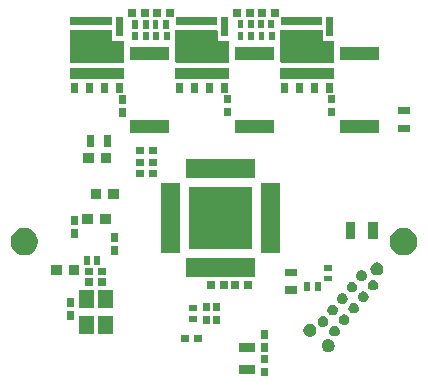
<source format=gbs>
G04 #@! TF.GenerationSoftware,KiCad,Pcbnew,(5.1.5)-3*
G04 #@! TF.CreationDate,2020-04-05T23:19:53-02:30*
G04 #@! TF.ProjectId,Thruster_Controller,54687275-7374-4657-925f-436f6e74726f,rev?*
G04 #@! TF.SameCoordinates,Original*
G04 #@! TF.FileFunction,Soldermask,Bot*
G04 #@! TF.FilePolarity,Negative*
%FSLAX46Y46*%
G04 Gerber Fmt 4.6, Leading zero omitted, Abs format (unit mm)*
G04 Created by KiCad (PCBNEW (5.1.5)-3) date 2020-04-05 23:19:53*
%MOMM*%
%LPD*%
G04 APERTURE LIST*
%ADD10C,0.100000*%
G04 APERTURE END LIST*
D10*
G36*
X104051000Y-115901000D02*
G01*
X103449000Y-115901000D01*
X103449000Y-115199000D01*
X104051000Y-115199000D01*
X104051000Y-115901000D01*
G37*
G36*
X102951000Y-115751000D02*
G01*
X101549000Y-115751000D01*
X101549000Y-114949000D01*
X102951000Y-114949000D01*
X102951000Y-115751000D01*
G37*
G36*
X104051000Y-114801000D02*
G01*
X103449000Y-114801000D01*
X103449000Y-114099000D01*
X104051000Y-114099000D01*
X104051000Y-114801000D01*
G37*
G36*
X102951000Y-113851000D02*
G01*
X101549000Y-113851000D01*
X101549000Y-113049000D01*
X102951000Y-113049000D01*
X102951000Y-113851000D01*
G37*
G36*
X109288630Y-112776396D02*
G01*
X109388050Y-112817577D01*
X109477526Y-112877363D01*
X109553619Y-112953456D01*
X109613405Y-113042932D01*
X109654586Y-113142352D01*
X109675580Y-113247896D01*
X109675580Y-113355508D01*
X109654586Y-113461052D01*
X109613405Y-113560472D01*
X109553619Y-113649948D01*
X109477526Y-113726041D01*
X109388050Y-113785827D01*
X109288630Y-113827008D01*
X109183086Y-113848002D01*
X109075474Y-113848002D01*
X108969930Y-113827008D01*
X108870510Y-113785827D01*
X108781034Y-113726041D01*
X108704941Y-113649948D01*
X108645155Y-113560472D01*
X108603974Y-113461052D01*
X108582980Y-113355508D01*
X108582980Y-113247896D01*
X108603974Y-113142352D01*
X108645155Y-113042932D01*
X108704941Y-112953456D01*
X108781034Y-112877363D01*
X108870510Y-112817577D01*
X108969930Y-112776396D01*
X109075474Y-112755402D01*
X109183086Y-112755402D01*
X109288630Y-112776396D01*
G37*
G36*
X104051000Y-113826000D02*
G01*
X103449000Y-113826000D01*
X103449000Y-113124000D01*
X104051000Y-113124000D01*
X104051000Y-113826000D01*
G37*
G36*
X98426000Y-113026000D02*
G01*
X97724000Y-113026000D01*
X97724000Y-112424000D01*
X98426000Y-112424000D01*
X98426000Y-113026000D01*
G37*
G36*
X97326000Y-113026000D02*
G01*
X96624000Y-113026000D01*
X96624000Y-112424000D01*
X97326000Y-112424000D01*
X97326000Y-113026000D01*
G37*
G36*
X104051000Y-112726000D02*
G01*
X103449000Y-112726000D01*
X103449000Y-112024000D01*
X104051000Y-112024000D01*
X104051000Y-112726000D01*
G37*
G36*
X107732028Y-111470251D02*
G01*
X107831448Y-111511432D01*
X107920924Y-111571218D01*
X107997017Y-111647311D01*
X108056803Y-111736787D01*
X108097984Y-111836207D01*
X108118978Y-111941751D01*
X108118978Y-112049363D01*
X108097984Y-112154907D01*
X108056803Y-112254327D01*
X107997017Y-112343803D01*
X107920924Y-112419896D01*
X107831448Y-112479682D01*
X107732028Y-112520863D01*
X107626484Y-112541857D01*
X107518872Y-112541857D01*
X107413328Y-112520863D01*
X107313908Y-112479682D01*
X107224432Y-112419896D01*
X107148339Y-112343803D01*
X107088553Y-112254327D01*
X107047372Y-112154907D01*
X107026378Y-112049363D01*
X107026378Y-111941751D01*
X107047372Y-111836207D01*
X107088553Y-111736787D01*
X107148339Y-111647311D01*
X107224432Y-111571218D01*
X107313908Y-111511432D01*
X107413328Y-111470251D01*
X107518872Y-111449257D01*
X107626484Y-111449257D01*
X107732028Y-111470251D01*
G37*
G36*
X109740514Y-111647767D02*
G01*
X109783472Y-111656312D01*
X109864403Y-111689835D01*
X109937238Y-111738502D01*
X109999179Y-111800443D01*
X110047846Y-111873278D01*
X110081369Y-111954209D01*
X110098458Y-112040124D01*
X110098458Y-112127722D01*
X110081369Y-112213637D01*
X110047846Y-112294568D01*
X109999179Y-112367403D01*
X109937238Y-112429344D01*
X109864403Y-112478011D01*
X109783472Y-112511534D01*
X109740515Y-112520078D01*
X109697559Y-112528623D01*
X109609957Y-112528623D01*
X109567001Y-112520078D01*
X109524044Y-112511534D01*
X109443113Y-112478011D01*
X109370278Y-112429344D01*
X109308337Y-112367403D01*
X109259670Y-112294568D01*
X109226147Y-112213637D01*
X109209058Y-112127722D01*
X109209058Y-112040124D01*
X109226147Y-111954209D01*
X109259670Y-111873278D01*
X109308337Y-111800443D01*
X109370278Y-111738502D01*
X109443113Y-111689835D01*
X109524044Y-111656312D01*
X109567002Y-111647767D01*
X109609957Y-111639223D01*
X109697559Y-111639223D01*
X109740514Y-111647767D01*
G37*
G36*
X90876000Y-112326000D02*
G01*
X89624000Y-112326000D01*
X89624000Y-110824000D01*
X90876000Y-110824000D01*
X90876000Y-112326000D01*
G37*
G36*
X89276000Y-112326000D02*
G01*
X88024000Y-112326000D01*
X88024000Y-110824000D01*
X89276000Y-110824000D01*
X89276000Y-112326000D01*
G37*
G36*
X108767638Y-110831428D02*
G01*
X108810595Y-110839972D01*
X108891526Y-110873495D01*
X108964361Y-110922162D01*
X109026302Y-110984103D01*
X109074969Y-111056938D01*
X109108492Y-111137869D01*
X109108492Y-111137871D01*
X109125581Y-111223782D01*
X109125581Y-111311384D01*
X109117037Y-111354339D01*
X109108492Y-111397297D01*
X109074969Y-111478228D01*
X109026302Y-111551063D01*
X108964361Y-111613004D01*
X108891526Y-111661671D01*
X108810595Y-111695194D01*
X108767638Y-111703738D01*
X108724682Y-111712283D01*
X108637080Y-111712283D01*
X108594124Y-111703738D01*
X108551167Y-111695194D01*
X108470236Y-111661671D01*
X108397401Y-111613004D01*
X108335460Y-111551063D01*
X108286793Y-111478228D01*
X108253270Y-111397297D01*
X108244725Y-111354339D01*
X108236181Y-111311384D01*
X108236181Y-111223782D01*
X108253270Y-111137871D01*
X108253270Y-111137869D01*
X108286793Y-111056938D01*
X108335460Y-110984103D01*
X108397401Y-110922162D01*
X108470236Y-110873495D01*
X108551167Y-110839972D01*
X108594124Y-110831428D01*
X108637080Y-110822883D01*
X108724682Y-110822883D01*
X108767638Y-110831428D01*
G37*
G36*
X110556855Y-110674892D02*
G01*
X110599812Y-110683436D01*
X110680743Y-110716959D01*
X110753578Y-110765626D01*
X110815519Y-110827567D01*
X110864186Y-110900402D01*
X110897709Y-110981333D01*
X110897709Y-110981335D01*
X110912748Y-111056938D01*
X110914798Y-111067248D01*
X110914798Y-111154846D01*
X110897709Y-111240761D01*
X110864186Y-111321692D01*
X110815519Y-111394527D01*
X110753578Y-111456468D01*
X110680743Y-111505135D01*
X110599812Y-111538658D01*
X110556854Y-111547203D01*
X110513899Y-111555747D01*
X110426297Y-111555747D01*
X110383342Y-111547203D01*
X110340384Y-111538658D01*
X110259453Y-111505135D01*
X110186618Y-111456468D01*
X110124677Y-111394527D01*
X110076010Y-111321692D01*
X110042487Y-111240761D01*
X110025398Y-111154846D01*
X110025398Y-111067248D01*
X110027449Y-111056938D01*
X110042487Y-110981335D01*
X110042487Y-110981333D01*
X110076010Y-110900402D01*
X110124677Y-110827567D01*
X110186618Y-110765626D01*
X110259453Y-110716959D01*
X110340384Y-110683436D01*
X110383341Y-110674892D01*
X110426297Y-110666347D01*
X110513899Y-110666347D01*
X110556855Y-110674892D01*
G37*
G36*
X100001000Y-111501000D02*
G01*
X99399000Y-111501000D01*
X99399000Y-110799000D01*
X100001000Y-110799000D01*
X100001000Y-111501000D01*
G37*
G36*
X99126000Y-111501000D02*
G01*
X98524000Y-111501000D01*
X98524000Y-110799000D01*
X99126000Y-110799000D01*
X99126000Y-111501000D01*
G37*
G36*
X98051000Y-111276000D02*
G01*
X97349000Y-111276000D01*
X97349000Y-110774000D01*
X98051000Y-110774000D01*
X98051000Y-111276000D01*
G37*
G36*
X87576000Y-111101000D02*
G01*
X86974000Y-111101000D01*
X86974000Y-110399000D01*
X87576000Y-110399000D01*
X87576000Y-111101000D01*
G37*
G36*
X109583978Y-109858550D02*
G01*
X109626936Y-109867095D01*
X109707867Y-109900618D01*
X109780702Y-109949285D01*
X109842643Y-110011226D01*
X109891310Y-110084061D01*
X109924833Y-110164992D01*
X109924833Y-110164994D01*
X109941922Y-110250905D01*
X109941922Y-110338507D01*
X109934464Y-110376000D01*
X109924833Y-110424420D01*
X109891310Y-110505351D01*
X109842643Y-110578186D01*
X109780702Y-110640127D01*
X109707867Y-110688794D01*
X109626936Y-110722317D01*
X109583979Y-110730861D01*
X109541023Y-110739406D01*
X109453421Y-110739406D01*
X109410465Y-110730861D01*
X109367508Y-110722317D01*
X109286577Y-110688794D01*
X109213742Y-110640127D01*
X109151801Y-110578186D01*
X109103134Y-110505351D01*
X109069611Y-110424420D01*
X109059980Y-110376000D01*
X109052522Y-110338507D01*
X109052522Y-110250905D01*
X109069611Y-110164994D01*
X109069611Y-110164992D01*
X109103134Y-110084061D01*
X109151801Y-110011226D01*
X109213742Y-109949285D01*
X109286577Y-109900618D01*
X109367508Y-109867095D01*
X109410466Y-109858550D01*
X109453421Y-109850006D01*
X109541023Y-109850006D01*
X109583978Y-109858550D01*
G37*
G36*
X111373194Y-109702014D02*
G01*
X111416152Y-109710559D01*
X111497083Y-109744082D01*
X111569918Y-109792749D01*
X111631859Y-109854690D01*
X111680526Y-109927525D01*
X111714049Y-110008456D01*
X111714049Y-110008458D01*
X111729088Y-110084061D01*
X111731138Y-110094371D01*
X111731138Y-110181969D01*
X111714049Y-110267884D01*
X111680526Y-110348815D01*
X111631859Y-110421650D01*
X111569918Y-110483591D01*
X111497083Y-110532258D01*
X111416152Y-110565781D01*
X111373195Y-110574325D01*
X111330239Y-110582870D01*
X111242637Y-110582870D01*
X111199681Y-110574325D01*
X111156724Y-110565781D01*
X111075793Y-110532258D01*
X111002958Y-110483591D01*
X110941017Y-110421650D01*
X110892350Y-110348815D01*
X110858827Y-110267884D01*
X110841738Y-110181969D01*
X110841738Y-110094371D01*
X110843789Y-110084061D01*
X110858827Y-110008458D01*
X110858827Y-110008456D01*
X110892350Y-109927525D01*
X110941017Y-109854690D01*
X111002958Y-109792749D01*
X111075793Y-109744082D01*
X111156724Y-109710559D01*
X111199682Y-109702014D01*
X111242637Y-109693470D01*
X111330239Y-109693470D01*
X111373194Y-109702014D01*
G37*
G36*
X99126000Y-110401000D02*
G01*
X98524000Y-110401000D01*
X98524000Y-109699000D01*
X99126000Y-109699000D01*
X99126000Y-110401000D01*
G37*
G36*
X100001000Y-110401000D02*
G01*
X99399000Y-110401000D01*
X99399000Y-109699000D01*
X100001000Y-109699000D01*
X100001000Y-110401000D01*
G37*
G36*
X98051000Y-110376000D02*
G01*
X97349000Y-110376000D01*
X97349000Y-109874000D01*
X98051000Y-109874000D01*
X98051000Y-110376000D01*
G37*
G36*
X90876000Y-110126000D02*
G01*
X89624000Y-110126000D01*
X89624000Y-108624000D01*
X90876000Y-108624000D01*
X90876000Y-110126000D01*
G37*
G36*
X89276000Y-110126000D02*
G01*
X88024000Y-110126000D01*
X88024000Y-108624000D01*
X89276000Y-108624000D01*
X89276000Y-110126000D01*
G37*
G36*
X87576000Y-110001000D02*
G01*
X86974000Y-110001000D01*
X86974000Y-109299000D01*
X87576000Y-109299000D01*
X87576000Y-110001000D01*
G37*
G36*
X110400319Y-108885675D02*
G01*
X110443276Y-108894219D01*
X110524207Y-108927742D01*
X110597042Y-108976409D01*
X110658983Y-109038350D01*
X110707650Y-109111185D01*
X110741173Y-109192116D01*
X110741173Y-109192118D01*
X110758262Y-109278029D01*
X110758262Y-109365631D01*
X110749717Y-109408587D01*
X110741173Y-109451544D01*
X110707650Y-109532475D01*
X110658983Y-109605310D01*
X110597042Y-109667251D01*
X110524207Y-109715918D01*
X110443276Y-109749441D01*
X110400318Y-109757986D01*
X110357363Y-109766530D01*
X110269761Y-109766530D01*
X110226806Y-109757986D01*
X110183848Y-109749441D01*
X110102917Y-109715918D01*
X110030082Y-109667251D01*
X109968141Y-109605310D01*
X109919474Y-109532475D01*
X109885951Y-109451544D01*
X109877407Y-109408587D01*
X109868862Y-109365631D01*
X109868862Y-109278029D01*
X109885951Y-109192118D01*
X109885951Y-109192116D01*
X109919474Y-109111185D01*
X109968141Y-109038350D01*
X110030082Y-108976409D01*
X110102917Y-108927742D01*
X110183848Y-108894219D01*
X110226805Y-108885675D01*
X110269761Y-108877130D01*
X110357363Y-108877130D01*
X110400319Y-108885675D01*
G37*
G36*
X112189534Y-108729138D02*
G01*
X112232492Y-108737683D01*
X112313423Y-108771206D01*
X112386258Y-108819873D01*
X112448199Y-108881814D01*
X112496866Y-108954649D01*
X112530389Y-109035580D01*
X112530389Y-109035582D01*
X112545428Y-109111185D01*
X112547478Y-109121495D01*
X112547478Y-109209093D01*
X112530389Y-109295008D01*
X112496866Y-109375939D01*
X112448199Y-109448774D01*
X112386258Y-109510715D01*
X112313423Y-109559382D01*
X112232492Y-109592905D01*
X112189535Y-109601449D01*
X112146579Y-109609994D01*
X112058977Y-109609994D01*
X112016021Y-109601449D01*
X111973064Y-109592905D01*
X111892133Y-109559382D01*
X111819298Y-109510715D01*
X111757357Y-109448774D01*
X111708690Y-109375939D01*
X111675167Y-109295008D01*
X111658078Y-109209093D01*
X111658078Y-109121495D01*
X111660129Y-109111185D01*
X111675167Y-109035582D01*
X111675167Y-109035580D01*
X111708690Y-108954649D01*
X111757357Y-108881814D01*
X111819298Y-108819873D01*
X111892133Y-108771206D01*
X111973064Y-108737683D01*
X112016022Y-108729138D01*
X112058977Y-108720594D01*
X112146579Y-108720594D01*
X112189534Y-108729138D01*
G37*
G36*
X106476000Y-108901000D02*
G01*
X105474000Y-108901000D01*
X105474000Y-108299000D01*
X106476000Y-108299000D01*
X106476000Y-108901000D01*
G37*
G36*
X111216658Y-107912797D02*
G01*
X111259616Y-107921342D01*
X111340547Y-107954865D01*
X111413382Y-108003532D01*
X111475323Y-108065473D01*
X111523990Y-108138308D01*
X111557513Y-108219239D01*
X111560890Y-108236216D01*
X111574602Y-108305152D01*
X111574602Y-108392754D01*
X111566057Y-108435710D01*
X111557513Y-108478667D01*
X111523990Y-108559598D01*
X111475323Y-108632433D01*
X111413382Y-108694374D01*
X111340547Y-108743041D01*
X111259616Y-108776564D01*
X111216658Y-108785109D01*
X111173703Y-108793653D01*
X111086101Y-108793653D01*
X111043146Y-108785109D01*
X111000188Y-108776564D01*
X110919257Y-108743041D01*
X110846422Y-108694374D01*
X110784481Y-108632433D01*
X110735814Y-108559598D01*
X110702291Y-108478667D01*
X110693747Y-108435710D01*
X110685202Y-108392754D01*
X110685202Y-108305152D01*
X110698914Y-108236216D01*
X110702291Y-108219239D01*
X110735814Y-108138308D01*
X110784481Y-108065473D01*
X110846422Y-108003532D01*
X110919257Y-107954865D01*
X111000188Y-107921342D01*
X111043146Y-107912797D01*
X111086101Y-107904253D01*
X111173703Y-107904253D01*
X111216658Y-107912797D01*
G37*
G36*
X108491000Y-108651000D02*
G01*
X107989000Y-108651000D01*
X107989000Y-107949000D01*
X108491000Y-107949000D01*
X108491000Y-108651000D01*
G37*
G36*
X107591000Y-108651000D02*
G01*
X107089000Y-108651000D01*
X107089000Y-107949000D01*
X107591000Y-107949000D01*
X107591000Y-108651000D01*
G37*
G36*
X113005876Y-107756262D02*
G01*
X113048833Y-107764806D01*
X113129764Y-107798329D01*
X113202599Y-107846996D01*
X113264540Y-107908937D01*
X113313207Y-107981772D01*
X113346730Y-108062703D01*
X113346730Y-108062705D01*
X113361769Y-108138308D01*
X113363819Y-108148618D01*
X113363819Y-108236216D01*
X113346730Y-108322131D01*
X113313207Y-108403062D01*
X113264540Y-108475897D01*
X113202599Y-108537838D01*
X113129764Y-108586505D01*
X113048833Y-108620028D01*
X113005876Y-108628572D01*
X112962920Y-108637117D01*
X112875318Y-108637117D01*
X112832362Y-108628572D01*
X112789405Y-108620028D01*
X112708474Y-108586505D01*
X112635639Y-108537838D01*
X112573698Y-108475897D01*
X112525031Y-108403062D01*
X112491508Y-108322131D01*
X112474419Y-108236216D01*
X112474419Y-108148618D01*
X112476470Y-108138308D01*
X112491508Y-108062705D01*
X112491508Y-108062703D01*
X112525031Y-107981772D01*
X112573698Y-107908937D01*
X112635639Y-107846996D01*
X112708474Y-107798329D01*
X112789405Y-107764806D01*
X112832362Y-107756262D01*
X112875318Y-107747717D01*
X112962920Y-107747717D01*
X113005876Y-107756262D01*
G37*
G36*
X102701000Y-108476000D02*
G01*
X101999000Y-108476000D01*
X101999000Y-107874000D01*
X102701000Y-107874000D01*
X102701000Y-108476000D01*
G37*
G36*
X101601000Y-108476000D02*
G01*
X100899000Y-108476000D01*
X100899000Y-107874000D01*
X101601000Y-107874000D01*
X101601000Y-108476000D01*
G37*
G36*
X99526000Y-108476000D02*
G01*
X98824000Y-108476000D01*
X98824000Y-107874000D01*
X99526000Y-107874000D01*
X99526000Y-108476000D01*
G37*
G36*
X100626000Y-108476000D02*
G01*
X99924000Y-108476000D01*
X99924000Y-107874000D01*
X100626000Y-107874000D01*
X100626000Y-108476000D01*
G37*
G36*
X90326000Y-108226000D02*
G01*
X89624000Y-108226000D01*
X89624000Y-107624000D01*
X90326000Y-107624000D01*
X90326000Y-108226000D01*
G37*
G36*
X89226000Y-108226000D02*
G01*
X88524000Y-108226000D01*
X88524000Y-107624000D01*
X89226000Y-107624000D01*
X89226000Y-108226000D01*
G37*
G36*
X109461000Y-107881000D02*
G01*
X108759000Y-107881000D01*
X108759000Y-107379000D01*
X109461000Y-107379000D01*
X109461000Y-107881000D01*
G37*
G36*
X112032998Y-106939921D02*
G01*
X112075956Y-106948466D01*
X112143000Y-106976237D01*
X112154500Y-106981000D01*
X112156887Y-106981989D01*
X112229722Y-107030656D01*
X112291663Y-107092597D01*
X112340330Y-107165432D01*
X112373853Y-107246363D01*
X112373853Y-107246365D01*
X112389694Y-107326000D01*
X112390942Y-107332278D01*
X112390942Y-107419876D01*
X112373853Y-107505791D01*
X112340330Y-107586722D01*
X112291663Y-107659557D01*
X112229722Y-107721498D01*
X112156887Y-107770165D01*
X112075956Y-107803688D01*
X112032999Y-107812232D01*
X111990043Y-107820777D01*
X111902441Y-107820777D01*
X111859485Y-107812232D01*
X111816528Y-107803688D01*
X111735597Y-107770165D01*
X111662762Y-107721498D01*
X111600821Y-107659557D01*
X111552154Y-107586722D01*
X111518631Y-107505791D01*
X111501542Y-107419876D01*
X111501542Y-107332278D01*
X111502791Y-107326000D01*
X111518631Y-107246365D01*
X111518631Y-107246363D01*
X111552154Y-107165432D01*
X111600821Y-107092597D01*
X111662762Y-107030656D01*
X111735597Y-106981989D01*
X111737985Y-106981000D01*
X111749484Y-106976237D01*
X111816528Y-106948466D01*
X111859486Y-106939921D01*
X111902441Y-106931377D01*
X111990043Y-106931377D01*
X112032998Y-106939921D01*
G37*
G36*
X102951000Y-107501000D02*
G01*
X97049000Y-107501000D01*
X97049000Y-105899000D01*
X102951000Y-105899000D01*
X102951000Y-107501000D01*
G37*
G36*
X106476000Y-107401000D02*
G01*
X105474000Y-107401000D01*
X105474000Y-106799000D01*
X106476000Y-106799000D01*
X106476000Y-107401000D01*
G37*
G36*
X113408371Y-106286065D02*
G01*
X113507791Y-106327246D01*
X113597267Y-106387032D01*
X113673360Y-106463125D01*
X113733146Y-106552601D01*
X113774327Y-106652021D01*
X113795321Y-106757565D01*
X113795321Y-106865177D01*
X113774327Y-106970721D01*
X113733146Y-107070141D01*
X113673360Y-107159617D01*
X113597267Y-107235710D01*
X113507791Y-107295496D01*
X113408371Y-107336677D01*
X113302827Y-107357671D01*
X113195215Y-107357671D01*
X113089671Y-107336677D01*
X112990251Y-107295496D01*
X112900775Y-107235710D01*
X112824682Y-107159617D01*
X112764896Y-107070141D01*
X112723715Y-106970721D01*
X112702721Y-106865177D01*
X112702721Y-106757565D01*
X112723715Y-106652021D01*
X112764896Y-106552601D01*
X112824682Y-106463125D01*
X112900775Y-106387032D01*
X112990251Y-106327246D01*
X113089671Y-106286065D01*
X113195215Y-106265071D01*
X113302827Y-106265071D01*
X113408371Y-106286065D01*
G37*
G36*
X90351000Y-107351000D02*
G01*
X89649000Y-107351000D01*
X89649000Y-106749000D01*
X90351000Y-106749000D01*
X90351000Y-107351000D01*
G37*
G36*
X89251000Y-107351000D02*
G01*
X88549000Y-107351000D01*
X88549000Y-106749000D01*
X89251000Y-106749000D01*
X89251000Y-107351000D01*
G37*
G36*
X86551000Y-107326000D02*
G01*
X85649000Y-107326000D01*
X85649000Y-106474000D01*
X86551000Y-106474000D01*
X86551000Y-107326000D01*
G37*
G36*
X88051000Y-107326000D02*
G01*
X87149000Y-107326000D01*
X87149000Y-106474000D01*
X88051000Y-106474000D01*
X88051000Y-107326000D01*
G37*
G36*
X109461000Y-106981000D02*
G01*
X108759000Y-106981000D01*
X108759000Y-106479000D01*
X109461000Y-106479000D01*
X109461000Y-106981000D01*
G37*
G36*
X89826000Y-106451000D02*
G01*
X89324000Y-106451000D01*
X89324000Y-105749000D01*
X89826000Y-105749000D01*
X89826000Y-106451000D01*
G37*
G36*
X88926000Y-106451000D02*
G01*
X88424000Y-106451000D01*
X88424000Y-105749000D01*
X88926000Y-105749000D01*
X88926000Y-106451000D01*
G37*
G36*
X83587487Y-103363744D02*
G01*
X83735734Y-103393232D01*
X83945203Y-103479997D01*
X84133720Y-103605960D01*
X84294040Y-103766280D01*
X84420003Y-103954797D01*
X84506768Y-104164266D01*
X84551000Y-104386636D01*
X84551000Y-104613364D01*
X84506768Y-104835734D01*
X84420003Y-105045203D01*
X84294040Y-105233720D01*
X84133720Y-105394040D01*
X83945203Y-105520003D01*
X83735734Y-105606768D01*
X83587487Y-105636256D01*
X83513365Y-105651000D01*
X83286635Y-105651000D01*
X83212513Y-105636256D01*
X83064266Y-105606768D01*
X82854797Y-105520003D01*
X82666280Y-105394040D01*
X82505960Y-105233720D01*
X82379997Y-105045203D01*
X82293232Y-104835734D01*
X82249000Y-104613364D01*
X82249000Y-104386636D01*
X82293232Y-104164266D01*
X82379997Y-103954797D01*
X82505960Y-103766280D01*
X82666280Y-103605960D01*
X82854797Y-103479997D01*
X83064266Y-103393232D01*
X83212513Y-103363744D01*
X83286635Y-103349000D01*
X83513365Y-103349000D01*
X83587487Y-103363744D01*
G37*
G36*
X115687487Y-103363744D02*
G01*
X115835734Y-103393232D01*
X116045203Y-103479997D01*
X116233720Y-103605960D01*
X116394040Y-103766280D01*
X116520003Y-103954797D01*
X116606768Y-104164266D01*
X116651000Y-104386636D01*
X116651000Y-104613364D01*
X116606768Y-104835734D01*
X116520003Y-105045203D01*
X116394040Y-105233720D01*
X116233720Y-105394040D01*
X116045203Y-105520003D01*
X115835734Y-105606768D01*
X115687487Y-105636256D01*
X115613365Y-105651000D01*
X115386635Y-105651000D01*
X115312513Y-105636256D01*
X115164266Y-105606768D01*
X114954797Y-105520003D01*
X114766280Y-105394040D01*
X114605960Y-105233720D01*
X114479997Y-105045203D01*
X114393232Y-104835734D01*
X114349000Y-104613364D01*
X114349000Y-104386636D01*
X114393232Y-104164266D01*
X114479997Y-103954797D01*
X114605960Y-103766280D01*
X114766280Y-103605960D01*
X114954797Y-103479997D01*
X115164266Y-103393232D01*
X115312513Y-103363744D01*
X115386635Y-103349000D01*
X115613365Y-103349000D01*
X115687487Y-103363744D01*
G37*
G36*
X91301000Y-105601000D02*
G01*
X90699000Y-105601000D01*
X90699000Y-104899000D01*
X91301000Y-104899000D01*
X91301000Y-105601000D01*
G37*
G36*
X96601000Y-105451000D02*
G01*
X94999000Y-105451000D01*
X94999000Y-99549000D01*
X96601000Y-99549000D01*
X96601000Y-105451000D01*
G37*
G36*
X105001000Y-105451000D02*
G01*
X103399000Y-105451000D01*
X103399000Y-99549000D01*
X105001000Y-99549000D01*
X105001000Y-105451000D01*
G37*
G36*
X102636000Y-105136000D02*
G01*
X97364000Y-105136000D01*
X97364000Y-99864000D01*
X102636000Y-99864000D01*
X102636000Y-105136000D01*
G37*
G36*
X91301000Y-104501000D02*
G01*
X90699000Y-104501000D01*
X90699000Y-103799000D01*
X91301000Y-103799000D01*
X91301000Y-104501000D01*
G37*
G36*
X111411000Y-104261000D02*
G01*
X110609000Y-104261000D01*
X110609000Y-102859000D01*
X111411000Y-102859000D01*
X111411000Y-104261000D01*
G37*
G36*
X113311000Y-104261000D02*
G01*
X112509000Y-104261000D01*
X112509000Y-102859000D01*
X113311000Y-102859000D01*
X113311000Y-104261000D01*
G37*
G36*
X87976000Y-104176000D02*
G01*
X87374000Y-104176000D01*
X87374000Y-103474000D01*
X87976000Y-103474000D01*
X87976000Y-104176000D01*
G37*
G36*
X87976000Y-103076000D02*
G01*
X87374000Y-103076000D01*
X87374000Y-102374000D01*
X87976000Y-102374000D01*
X87976000Y-103076000D01*
G37*
G36*
X90701000Y-103051000D02*
G01*
X89799000Y-103051000D01*
X89799000Y-102199000D01*
X90701000Y-102199000D01*
X90701000Y-103051000D01*
G37*
G36*
X89201000Y-103051000D02*
G01*
X88299000Y-103051000D01*
X88299000Y-102199000D01*
X89201000Y-102199000D01*
X89201000Y-103051000D01*
G37*
G36*
X89901000Y-100901000D02*
G01*
X88999000Y-100901000D01*
X88999000Y-100049000D01*
X89901000Y-100049000D01*
X89901000Y-100901000D01*
G37*
G36*
X91401000Y-100901000D02*
G01*
X90499000Y-100901000D01*
X90499000Y-100049000D01*
X91401000Y-100049000D01*
X91401000Y-100901000D01*
G37*
G36*
X102951000Y-99101000D02*
G01*
X97049000Y-99101000D01*
X97049000Y-97499000D01*
X102951000Y-97499000D01*
X102951000Y-99101000D01*
G37*
G36*
X93551000Y-99051000D02*
G01*
X92849000Y-99051000D01*
X92849000Y-98449000D01*
X93551000Y-98449000D01*
X93551000Y-99051000D01*
G37*
G36*
X94651000Y-99051000D02*
G01*
X93949000Y-99051000D01*
X93949000Y-98449000D01*
X94651000Y-98449000D01*
X94651000Y-99051000D01*
G37*
G36*
X93551000Y-98076000D02*
G01*
X92849000Y-98076000D01*
X92849000Y-97474000D01*
X93551000Y-97474000D01*
X93551000Y-98076000D01*
G37*
G36*
X94651000Y-98076000D02*
G01*
X93949000Y-98076000D01*
X93949000Y-97474000D01*
X94651000Y-97474000D01*
X94651000Y-98076000D01*
G37*
G36*
X89276000Y-97851000D02*
G01*
X88374000Y-97851000D01*
X88374000Y-96999000D01*
X89276000Y-96999000D01*
X89276000Y-97851000D01*
G37*
G36*
X90776000Y-97851000D02*
G01*
X89874000Y-97851000D01*
X89874000Y-96999000D01*
X90776000Y-96999000D01*
X90776000Y-97851000D01*
G37*
G36*
X94651000Y-97101000D02*
G01*
X93949000Y-97101000D01*
X93949000Y-96499000D01*
X94651000Y-96499000D01*
X94651000Y-97101000D01*
G37*
G36*
X93551000Y-97101000D02*
G01*
X92849000Y-97101000D01*
X92849000Y-96499000D01*
X93551000Y-96499000D01*
X93551000Y-97101000D01*
G37*
G36*
X89276000Y-96501000D02*
G01*
X88674000Y-96501000D01*
X88674000Y-95499000D01*
X89276000Y-95499000D01*
X89276000Y-96501000D01*
G37*
G36*
X90776000Y-96501000D02*
G01*
X90174000Y-96501000D01*
X90174000Y-95499000D01*
X90776000Y-95499000D01*
X90776000Y-96501000D01*
G37*
G36*
X104551000Y-95301000D02*
G01*
X101249000Y-95301000D01*
X101249000Y-94199000D01*
X104551000Y-94199000D01*
X104551000Y-95301000D01*
G37*
G36*
X95651000Y-95301000D02*
G01*
X92349000Y-95301000D01*
X92349000Y-94199000D01*
X95651000Y-94199000D01*
X95651000Y-95301000D01*
G37*
G36*
X113451000Y-95301000D02*
G01*
X110149000Y-95301000D01*
X110149000Y-94199000D01*
X113451000Y-94199000D01*
X113451000Y-95301000D01*
G37*
G36*
X116031000Y-95201000D02*
G01*
X115029000Y-95201000D01*
X115029000Y-94599000D01*
X116031000Y-94599000D01*
X116031000Y-95201000D01*
G37*
G36*
X91976000Y-93926000D02*
G01*
X91374000Y-93926000D01*
X91374000Y-93224000D01*
X91976000Y-93224000D01*
X91976000Y-93926000D01*
G37*
G36*
X109726000Y-93901000D02*
G01*
X109124000Y-93901000D01*
X109124000Y-93199000D01*
X109726000Y-93199000D01*
X109726000Y-93901000D01*
G37*
G36*
X100876000Y-93901000D02*
G01*
X100274000Y-93901000D01*
X100274000Y-93199000D01*
X100876000Y-93199000D01*
X100876000Y-93901000D01*
G37*
G36*
X116031000Y-93701000D02*
G01*
X115029000Y-93701000D01*
X115029000Y-93099000D01*
X116031000Y-93099000D01*
X116031000Y-93701000D01*
G37*
G36*
X91976000Y-92826000D02*
G01*
X91374000Y-92826000D01*
X91374000Y-92124000D01*
X91976000Y-92124000D01*
X91976000Y-92826000D01*
G37*
G36*
X109726000Y-92801000D02*
G01*
X109124000Y-92801000D01*
X109124000Y-92099000D01*
X109726000Y-92099000D01*
X109726000Y-92801000D01*
G37*
G36*
X100876000Y-92801000D02*
G01*
X100274000Y-92801000D01*
X100274000Y-92099000D01*
X100876000Y-92099000D01*
X100876000Y-92801000D01*
G37*
G36*
X105729690Y-91095625D02*
G01*
X105733437Y-91096762D01*
X105736891Y-91098607D01*
X105739913Y-91101087D01*
X105742393Y-91104109D01*
X105744238Y-91107563D01*
X105745375Y-91111310D01*
X105746000Y-91117654D01*
X105746000Y-91874346D01*
X105745375Y-91880690D01*
X105744238Y-91884437D01*
X105742393Y-91887891D01*
X105739913Y-91890913D01*
X105736891Y-91893393D01*
X105733437Y-91895238D01*
X105729690Y-91896375D01*
X105723346Y-91897000D01*
X105166654Y-91897000D01*
X105160310Y-91896375D01*
X105156563Y-91895238D01*
X105153109Y-91893393D01*
X105150087Y-91890913D01*
X105147607Y-91887891D01*
X105145762Y-91884437D01*
X105144625Y-91880690D01*
X105144000Y-91874346D01*
X105144000Y-91117654D01*
X105144625Y-91111310D01*
X105145762Y-91107563D01*
X105147607Y-91104109D01*
X105150087Y-91101087D01*
X105153109Y-91098607D01*
X105156563Y-91096762D01*
X105160310Y-91095625D01*
X105166654Y-91095000D01*
X105723346Y-91095000D01*
X105729690Y-91095625D01*
G37*
G36*
X96829690Y-91095625D02*
G01*
X96833437Y-91096762D01*
X96836891Y-91098607D01*
X96839913Y-91101087D01*
X96842393Y-91104109D01*
X96844238Y-91107563D01*
X96845375Y-91111310D01*
X96846000Y-91117654D01*
X96846000Y-91874346D01*
X96845375Y-91880690D01*
X96844238Y-91884437D01*
X96842393Y-91887891D01*
X96839913Y-91890913D01*
X96836891Y-91893393D01*
X96833437Y-91895238D01*
X96829690Y-91896375D01*
X96823346Y-91897000D01*
X96266654Y-91897000D01*
X96260310Y-91896375D01*
X96256563Y-91895238D01*
X96253109Y-91893393D01*
X96250087Y-91890913D01*
X96247607Y-91887891D01*
X96245762Y-91884437D01*
X96244625Y-91880690D01*
X96244000Y-91874346D01*
X96244000Y-91117654D01*
X96244625Y-91111310D01*
X96245762Y-91107563D01*
X96247607Y-91104109D01*
X96250087Y-91101087D01*
X96253109Y-91098607D01*
X96256563Y-91096762D01*
X96260310Y-91095625D01*
X96266654Y-91095000D01*
X96823346Y-91095000D01*
X96829690Y-91095625D01*
G37*
G36*
X98099690Y-91095625D02*
G01*
X98103437Y-91096762D01*
X98106891Y-91098607D01*
X98109913Y-91101087D01*
X98112393Y-91104109D01*
X98114238Y-91107563D01*
X98115375Y-91111310D01*
X98116000Y-91117654D01*
X98116000Y-91874346D01*
X98115375Y-91880690D01*
X98114238Y-91884437D01*
X98112393Y-91887891D01*
X98109913Y-91890913D01*
X98106891Y-91893393D01*
X98103437Y-91895238D01*
X98099690Y-91896375D01*
X98093346Y-91897000D01*
X97536654Y-91897000D01*
X97530310Y-91896375D01*
X97526563Y-91895238D01*
X97523109Y-91893393D01*
X97520087Y-91890913D01*
X97517607Y-91887891D01*
X97515762Y-91884437D01*
X97514625Y-91880690D01*
X97514000Y-91874346D01*
X97514000Y-91117654D01*
X97514625Y-91111310D01*
X97515762Y-91107563D01*
X97517607Y-91104109D01*
X97520087Y-91101087D01*
X97523109Y-91098607D01*
X97526563Y-91096762D01*
X97530310Y-91095625D01*
X97536654Y-91095000D01*
X98093346Y-91095000D01*
X98099690Y-91095625D01*
G37*
G36*
X106999690Y-91095625D02*
G01*
X107003437Y-91096762D01*
X107006891Y-91098607D01*
X107009913Y-91101087D01*
X107012393Y-91104109D01*
X107014238Y-91107563D01*
X107015375Y-91111310D01*
X107016000Y-91117654D01*
X107016000Y-91874346D01*
X107015375Y-91880690D01*
X107014238Y-91884437D01*
X107012393Y-91887891D01*
X107009913Y-91890913D01*
X107006891Y-91893393D01*
X107003437Y-91895238D01*
X106999690Y-91896375D01*
X106993346Y-91897000D01*
X106436654Y-91897000D01*
X106430310Y-91896375D01*
X106426563Y-91895238D01*
X106423109Y-91893393D01*
X106420087Y-91890913D01*
X106417607Y-91887891D01*
X106415762Y-91884437D01*
X106414625Y-91880690D01*
X106414000Y-91874346D01*
X106414000Y-91117654D01*
X106414625Y-91111310D01*
X106415762Y-91107563D01*
X106417607Y-91104109D01*
X106420087Y-91101087D01*
X106423109Y-91098607D01*
X106426563Y-91096762D01*
X106430310Y-91095625D01*
X106436654Y-91095000D01*
X106993346Y-91095000D01*
X106999690Y-91095625D01*
G37*
G36*
X108269690Y-91095625D02*
G01*
X108273437Y-91096762D01*
X108276891Y-91098607D01*
X108279913Y-91101087D01*
X108282393Y-91104109D01*
X108284238Y-91107563D01*
X108285375Y-91111310D01*
X108286000Y-91117654D01*
X108286000Y-91874346D01*
X108285375Y-91880690D01*
X108284238Y-91884437D01*
X108282393Y-91887891D01*
X108279913Y-91890913D01*
X108276891Y-91893393D01*
X108273437Y-91895238D01*
X108269690Y-91896375D01*
X108263346Y-91897000D01*
X107706654Y-91897000D01*
X107700310Y-91896375D01*
X107696563Y-91895238D01*
X107693109Y-91893393D01*
X107690087Y-91890913D01*
X107687607Y-91887891D01*
X107685762Y-91884437D01*
X107684625Y-91880690D01*
X107684000Y-91874346D01*
X107684000Y-91117654D01*
X107684625Y-91111310D01*
X107685762Y-91107563D01*
X107687607Y-91104109D01*
X107690087Y-91101087D01*
X107693109Y-91098607D01*
X107696563Y-91096762D01*
X107700310Y-91095625D01*
X107706654Y-91095000D01*
X108263346Y-91095000D01*
X108269690Y-91095625D01*
G37*
G36*
X91739690Y-91095625D02*
G01*
X91743437Y-91096762D01*
X91746891Y-91098607D01*
X91749913Y-91101087D01*
X91752393Y-91104109D01*
X91754238Y-91107563D01*
X91755375Y-91111310D01*
X91756000Y-91117654D01*
X91756000Y-91874346D01*
X91755375Y-91880690D01*
X91754238Y-91884437D01*
X91752393Y-91887891D01*
X91749913Y-91890913D01*
X91746891Y-91893393D01*
X91743437Y-91895238D01*
X91739690Y-91896375D01*
X91733346Y-91897000D01*
X91176654Y-91897000D01*
X91170310Y-91896375D01*
X91166563Y-91895238D01*
X91163109Y-91893393D01*
X91160087Y-91890913D01*
X91157607Y-91887891D01*
X91155762Y-91884437D01*
X91154625Y-91880690D01*
X91154000Y-91874346D01*
X91154000Y-91117654D01*
X91154625Y-91111310D01*
X91155762Y-91107563D01*
X91157607Y-91104109D01*
X91160087Y-91101087D01*
X91163109Y-91098607D01*
X91166563Y-91096762D01*
X91170310Y-91095625D01*
X91176654Y-91095000D01*
X91733346Y-91095000D01*
X91739690Y-91095625D01*
G37*
G36*
X100639690Y-91095625D02*
G01*
X100643437Y-91096762D01*
X100646891Y-91098607D01*
X100649913Y-91101087D01*
X100652393Y-91104109D01*
X100654238Y-91107563D01*
X100655375Y-91111310D01*
X100656000Y-91117654D01*
X100656000Y-91874346D01*
X100655375Y-91880690D01*
X100654238Y-91884437D01*
X100652393Y-91887891D01*
X100649913Y-91890913D01*
X100646891Y-91893393D01*
X100643437Y-91895238D01*
X100639690Y-91896375D01*
X100633346Y-91897000D01*
X100076654Y-91897000D01*
X100070310Y-91896375D01*
X100066563Y-91895238D01*
X100063109Y-91893393D01*
X100060087Y-91890913D01*
X100057607Y-91887891D01*
X100055762Y-91884437D01*
X100054625Y-91880690D01*
X100054000Y-91874346D01*
X100054000Y-91117654D01*
X100054625Y-91111310D01*
X100055762Y-91107563D01*
X100057607Y-91104109D01*
X100060087Y-91101087D01*
X100063109Y-91098607D01*
X100066563Y-91096762D01*
X100070310Y-91095625D01*
X100076654Y-91095000D01*
X100633346Y-91095000D01*
X100639690Y-91095625D01*
G37*
G36*
X89199690Y-91095625D02*
G01*
X89203437Y-91096762D01*
X89206891Y-91098607D01*
X89209913Y-91101087D01*
X89212393Y-91104109D01*
X89214238Y-91107563D01*
X89215375Y-91111310D01*
X89216000Y-91117654D01*
X89216000Y-91874346D01*
X89215375Y-91880690D01*
X89214238Y-91884437D01*
X89212393Y-91887891D01*
X89209913Y-91890913D01*
X89206891Y-91893393D01*
X89203437Y-91895238D01*
X89199690Y-91896375D01*
X89193346Y-91897000D01*
X88636654Y-91897000D01*
X88630310Y-91896375D01*
X88626563Y-91895238D01*
X88623109Y-91893393D01*
X88620087Y-91890913D01*
X88617607Y-91887891D01*
X88615762Y-91884437D01*
X88614625Y-91880690D01*
X88614000Y-91874346D01*
X88614000Y-91117654D01*
X88614625Y-91111310D01*
X88615762Y-91107563D01*
X88617607Y-91104109D01*
X88620087Y-91101087D01*
X88623109Y-91098607D01*
X88626563Y-91096762D01*
X88630310Y-91095625D01*
X88636654Y-91095000D01*
X89193346Y-91095000D01*
X89199690Y-91095625D01*
G37*
G36*
X90469690Y-91095625D02*
G01*
X90473437Y-91096762D01*
X90476891Y-91098607D01*
X90479913Y-91101087D01*
X90482393Y-91104109D01*
X90484238Y-91107563D01*
X90485375Y-91111310D01*
X90486000Y-91117654D01*
X90486000Y-91874346D01*
X90485375Y-91880690D01*
X90484238Y-91884437D01*
X90482393Y-91887891D01*
X90479913Y-91890913D01*
X90476891Y-91893393D01*
X90473437Y-91895238D01*
X90469690Y-91896375D01*
X90463346Y-91897000D01*
X89906654Y-91897000D01*
X89900310Y-91896375D01*
X89896563Y-91895238D01*
X89893109Y-91893393D01*
X89890087Y-91890913D01*
X89887607Y-91887891D01*
X89885762Y-91884437D01*
X89884625Y-91880690D01*
X89884000Y-91874346D01*
X89884000Y-91117654D01*
X89884625Y-91111310D01*
X89885762Y-91107563D01*
X89887607Y-91104109D01*
X89890087Y-91101087D01*
X89893109Y-91098607D01*
X89896563Y-91096762D01*
X89900310Y-91095625D01*
X89906654Y-91095000D01*
X90463346Y-91095000D01*
X90469690Y-91095625D01*
G37*
G36*
X87929690Y-91095625D02*
G01*
X87933437Y-91096762D01*
X87936891Y-91098607D01*
X87939913Y-91101087D01*
X87942393Y-91104109D01*
X87944238Y-91107563D01*
X87945375Y-91111310D01*
X87946000Y-91117654D01*
X87946000Y-91874346D01*
X87945375Y-91880690D01*
X87944238Y-91884437D01*
X87942393Y-91887891D01*
X87939913Y-91890913D01*
X87936891Y-91893393D01*
X87933437Y-91895238D01*
X87929690Y-91896375D01*
X87923346Y-91897000D01*
X87366654Y-91897000D01*
X87360310Y-91896375D01*
X87356563Y-91895238D01*
X87353109Y-91893393D01*
X87350087Y-91890913D01*
X87347607Y-91887891D01*
X87345762Y-91884437D01*
X87344625Y-91880690D01*
X87344000Y-91874346D01*
X87344000Y-91117654D01*
X87344625Y-91111310D01*
X87345762Y-91107563D01*
X87347607Y-91104109D01*
X87350087Y-91101087D01*
X87353109Y-91098607D01*
X87356563Y-91096762D01*
X87360310Y-91095625D01*
X87366654Y-91095000D01*
X87923346Y-91095000D01*
X87929690Y-91095625D01*
G37*
G36*
X99369690Y-91095625D02*
G01*
X99373437Y-91096762D01*
X99376891Y-91098607D01*
X99379913Y-91101087D01*
X99382393Y-91104109D01*
X99384238Y-91107563D01*
X99385375Y-91111310D01*
X99386000Y-91117654D01*
X99386000Y-91874346D01*
X99385375Y-91880690D01*
X99384238Y-91884437D01*
X99382393Y-91887891D01*
X99379913Y-91890913D01*
X99376891Y-91893393D01*
X99373437Y-91895238D01*
X99369690Y-91896375D01*
X99363346Y-91897000D01*
X98806654Y-91897000D01*
X98800310Y-91896375D01*
X98796563Y-91895238D01*
X98793109Y-91893393D01*
X98790087Y-91890913D01*
X98787607Y-91887891D01*
X98785762Y-91884437D01*
X98784625Y-91880690D01*
X98784000Y-91874346D01*
X98784000Y-91117654D01*
X98784625Y-91111310D01*
X98785762Y-91107563D01*
X98787607Y-91104109D01*
X98790087Y-91101087D01*
X98793109Y-91098607D01*
X98796563Y-91096762D01*
X98800310Y-91095625D01*
X98806654Y-91095000D01*
X99363346Y-91095000D01*
X99369690Y-91095625D01*
G37*
G36*
X109539690Y-91095625D02*
G01*
X109543437Y-91096762D01*
X109546891Y-91098607D01*
X109549913Y-91101087D01*
X109552393Y-91104109D01*
X109554238Y-91107563D01*
X109555375Y-91111310D01*
X109556000Y-91117654D01*
X109556000Y-91874346D01*
X109555375Y-91880690D01*
X109554238Y-91884437D01*
X109552393Y-91887891D01*
X109549913Y-91890913D01*
X109546891Y-91893393D01*
X109543437Y-91895238D01*
X109539690Y-91896375D01*
X109533346Y-91897000D01*
X108976654Y-91897000D01*
X108970310Y-91896375D01*
X108966563Y-91895238D01*
X108963109Y-91893393D01*
X108960087Y-91890913D01*
X108957607Y-91887891D01*
X108955762Y-91884437D01*
X108954625Y-91880690D01*
X108954000Y-91874346D01*
X108954000Y-91117654D01*
X108954625Y-91111310D01*
X108955762Y-91107563D01*
X108957607Y-91104109D01*
X108960087Y-91101087D01*
X108963109Y-91098607D01*
X108966563Y-91096762D01*
X108970310Y-91095625D01*
X108976654Y-91095000D01*
X109533346Y-91095000D01*
X109539690Y-91095625D01*
G37*
G36*
X100750771Y-89819229D02*
G01*
X100751000Y-89821556D01*
X100751000Y-90718444D01*
X100750771Y-90720771D01*
X100748444Y-90721000D01*
X96151556Y-90721000D01*
X96149229Y-90720771D01*
X96149000Y-90718444D01*
X96149000Y-89821556D01*
X96149229Y-89819229D01*
X96151556Y-89819000D01*
X100748444Y-89819000D01*
X100750771Y-89819229D01*
G37*
G36*
X91850771Y-89819229D02*
G01*
X91851000Y-89821556D01*
X91851000Y-90718444D01*
X91850771Y-90720771D01*
X91848444Y-90721000D01*
X87251556Y-90721000D01*
X87249229Y-90720771D01*
X87249000Y-90718444D01*
X87249000Y-89821556D01*
X87249229Y-89819229D01*
X87251556Y-89819000D01*
X91848444Y-89819000D01*
X91850771Y-89819229D01*
G37*
G36*
X109650771Y-89819229D02*
G01*
X109651000Y-89821556D01*
X109651000Y-90718444D01*
X109650771Y-90720771D01*
X109648444Y-90721000D01*
X105051556Y-90721000D01*
X105049229Y-90720771D01*
X105049000Y-90718444D01*
X105049000Y-89821556D01*
X105049229Y-89819229D01*
X105051556Y-89819000D01*
X109648444Y-89819000D01*
X109650771Y-89819229D01*
G37*
G36*
X90756277Y-86548880D02*
G01*
X90762359Y-86549479D01*
X90777051Y-86552402D01*
X90781729Y-86553821D01*
X90795572Y-86559555D01*
X90799883Y-86561859D01*
X90812348Y-86570188D01*
X90816119Y-86573283D01*
X90826717Y-86583881D01*
X90829812Y-86587652D01*
X90838141Y-86600117D01*
X90840445Y-86604428D01*
X90846179Y-86618271D01*
X90847598Y-86622949D01*
X90850521Y-86637641D01*
X90851120Y-86643723D01*
X90851489Y-86651233D01*
X90851489Y-87498512D01*
X90852450Y-87508266D01*
X90855295Y-87517646D01*
X90859915Y-87526290D01*
X90866133Y-87533867D01*
X90873710Y-87540085D01*
X90882354Y-87544705D01*
X90891734Y-87547550D01*
X90901488Y-87548511D01*
X91748767Y-87548511D01*
X91756277Y-87548880D01*
X91762359Y-87549479D01*
X91777051Y-87552402D01*
X91781729Y-87553821D01*
X91795572Y-87559555D01*
X91799883Y-87561859D01*
X91812348Y-87570188D01*
X91816119Y-87573283D01*
X91826717Y-87583881D01*
X91829812Y-87587652D01*
X91838141Y-87600117D01*
X91840445Y-87604428D01*
X91846179Y-87618271D01*
X91847598Y-87622949D01*
X91850521Y-87637641D01*
X91851120Y-87643723D01*
X91851489Y-87651233D01*
X91851489Y-89248767D01*
X91851120Y-89256277D01*
X91850521Y-89262359D01*
X91847598Y-89277051D01*
X91846179Y-89281729D01*
X91840445Y-89295572D01*
X91838141Y-89299883D01*
X91829812Y-89312348D01*
X91826717Y-89316119D01*
X91816119Y-89326717D01*
X91812348Y-89329812D01*
X91799883Y-89338141D01*
X91795572Y-89340445D01*
X91781729Y-89346179D01*
X91777051Y-89347598D01*
X91762359Y-89350521D01*
X91756277Y-89351120D01*
X91748767Y-89351489D01*
X87351233Y-89351489D01*
X87343723Y-89351120D01*
X87337641Y-89350521D01*
X87322949Y-89347598D01*
X87318271Y-89346179D01*
X87304428Y-89340445D01*
X87300117Y-89338141D01*
X87287652Y-89329812D01*
X87283881Y-89326717D01*
X87273283Y-89316119D01*
X87270188Y-89312348D01*
X87261859Y-89299883D01*
X87259555Y-89295572D01*
X87253821Y-89281729D01*
X87252402Y-89277051D01*
X87249479Y-89262359D01*
X87248880Y-89256277D01*
X87248511Y-89248767D01*
X87248511Y-86651233D01*
X87248880Y-86643723D01*
X87249479Y-86637641D01*
X87252402Y-86622949D01*
X87253821Y-86618271D01*
X87259555Y-86604428D01*
X87261859Y-86600117D01*
X87270188Y-86587652D01*
X87273283Y-86583881D01*
X87283881Y-86573283D01*
X87287652Y-86570188D01*
X87300117Y-86561859D01*
X87304428Y-86559555D01*
X87318271Y-86553821D01*
X87322949Y-86552402D01*
X87337641Y-86549479D01*
X87343723Y-86548880D01*
X87351233Y-86548511D01*
X90748767Y-86548511D01*
X90756277Y-86548880D01*
G37*
G36*
X99656277Y-86548880D02*
G01*
X99662359Y-86549479D01*
X99677051Y-86552402D01*
X99681729Y-86553821D01*
X99695572Y-86559555D01*
X99699883Y-86561859D01*
X99712348Y-86570188D01*
X99716119Y-86573283D01*
X99726717Y-86583881D01*
X99729812Y-86587652D01*
X99738141Y-86600117D01*
X99740445Y-86604428D01*
X99746179Y-86618271D01*
X99747598Y-86622949D01*
X99750521Y-86637641D01*
X99751120Y-86643723D01*
X99751489Y-86651233D01*
X99751489Y-87498512D01*
X99752450Y-87508266D01*
X99755295Y-87517646D01*
X99759915Y-87526290D01*
X99766133Y-87533867D01*
X99773710Y-87540085D01*
X99782354Y-87544705D01*
X99791734Y-87547550D01*
X99801488Y-87548511D01*
X100648767Y-87548511D01*
X100656277Y-87548880D01*
X100662359Y-87549479D01*
X100677051Y-87552402D01*
X100681729Y-87553821D01*
X100695572Y-87559555D01*
X100699883Y-87561859D01*
X100712348Y-87570188D01*
X100716119Y-87573283D01*
X100726717Y-87583881D01*
X100729812Y-87587652D01*
X100738141Y-87600117D01*
X100740445Y-87604428D01*
X100746179Y-87618271D01*
X100747598Y-87622949D01*
X100750521Y-87637641D01*
X100751120Y-87643723D01*
X100751489Y-87651233D01*
X100751489Y-89248767D01*
X100751120Y-89256277D01*
X100750521Y-89262359D01*
X100747598Y-89277051D01*
X100746179Y-89281729D01*
X100740445Y-89295572D01*
X100738141Y-89299883D01*
X100729812Y-89312348D01*
X100726717Y-89316119D01*
X100716119Y-89326717D01*
X100712348Y-89329812D01*
X100699883Y-89338141D01*
X100695572Y-89340445D01*
X100681729Y-89346179D01*
X100677051Y-89347598D01*
X100662359Y-89350521D01*
X100656277Y-89351120D01*
X100648767Y-89351489D01*
X96251233Y-89351489D01*
X96243723Y-89351120D01*
X96237641Y-89350521D01*
X96222949Y-89347598D01*
X96218271Y-89346179D01*
X96204428Y-89340445D01*
X96200117Y-89338141D01*
X96187652Y-89329812D01*
X96183881Y-89326717D01*
X96173283Y-89316119D01*
X96170188Y-89312348D01*
X96161859Y-89299883D01*
X96159555Y-89295572D01*
X96153821Y-89281729D01*
X96152402Y-89277051D01*
X96149479Y-89262359D01*
X96148880Y-89256277D01*
X96148511Y-89248767D01*
X96148511Y-86651233D01*
X96148880Y-86643723D01*
X96149479Y-86637641D01*
X96152402Y-86622949D01*
X96153821Y-86618271D01*
X96159555Y-86604428D01*
X96161859Y-86600117D01*
X96170188Y-86587652D01*
X96173283Y-86583881D01*
X96183881Y-86573283D01*
X96187652Y-86570188D01*
X96200117Y-86561859D01*
X96204428Y-86559555D01*
X96218271Y-86553821D01*
X96222949Y-86552402D01*
X96237641Y-86549479D01*
X96243723Y-86548880D01*
X96251233Y-86548511D01*
X99648767Y-86548511D01*
X99656277Y-86548880D01*
G37*
G36*
X108556277Y-86548880D02*
G01*
X108562359Y-86549479D01*
X108577051Y-86552402D01*
X108581729Y-86553821D01*
X108595572Y-86559555D01*
X108599883Y-86561859D01*
X108612348Y-86570188D01*
X108616119Y-86573283D01*
X108626717Y-86583881D01*
X108629812Y-86587652D01*
X108638141Y-86600117D01*
X108640445Y-86604428D01*
X108646179Y-86618271D01*
X108647598Y-86622949D01*
X108650521Y-86637641D01*
X108651120Y-86643723D01*
X108651489Y-86651233D01*
X108651489Y-87498512D01*
X108652450Y-87508266D01*
X108655295Y-87517646D01*
X108659915Y-87526290D01*
X108666133Y-87533867D01*
X108673710Y-87540085D01*
X108682354Y-87544705D01*
X108691734Y-87547550D01*
X108701488Y-87548511D01*
X109548767Y-87548511D01*
X109556277Y-87548880D01*
X109562359Y-87549479D01*
X109577051Y-87552402D01*
X109581729Y-87553821D01*
X109595572Y-87559555D01*
X109599883Y-87561859D01*
X109612348Y-87570188D01*
X109616119Y-87573283D01*
X109626717Y-87583881D01*
X109629812Y-87587652D01*
X109638141Y-87600117D01*
X109640445Y-87604428D01*
X109646179Y-87618271D01*
X109647598Y-87622949D01*
X109650521Y-87637641D01*
X109651120Y-87643723D01*
X109651489Y-87651233D01*
X109651489Y-89248767D01*
X109651120Y-89256277D01*
X109650521Y-89262359D01*
X109647598Y-89277051D01*
X109646179Y-89281729D01*
X109640445Y-89295572D01*
X109638141Y-89299883D01*
X109629812Y-89312348D01*
X109626717Y-89316119D01*
X109616119Y-89326717D01*
X109612348Y-89329812D01*
X109599883Y-89338141D01*
X109595572Y-89340445D01*
X109581729Y-89346179D01*
X109577051Y-89347598D01*
X109562359Y-89350521D01*
X109556277Y-89351120D01*
X109548767Y-89351489D01*
X105151233Y-89351489D01*
X105143723Y-89351120D01*
X105137641Y-89350521D01*
X105122949Y-89347598D01*
X105118271Y-89346179D01*
X105104428Y-89340445D01*
X105100117Y-89338141D01*
X105087652Y-89329812D01*
X105083881Y-89326717D01*
X105073283Y-89316119D01*
X105070188Y-89312348D01*
X105061859Y-89299883D01*
X105059555Y-89295572D01*
X105053821Y-89281729D01*
X105052402Y-89277051D01*
X105049479Y-89262359D01*
X105048880Y-89256277D01*
X105048511Y-89248767D01*
X105048511Y-86651233D01*
X105048880Y-86643723D01*
X105049479Y-86637641D01*
X105052402Y-86622949D01*
X105053821Y-86618271D01*
X105059555Y-86604428D01*
X105061859Y-86600117D01*
X105070188Y-86587652D01*
X105073283Y-86583881D01*
X105083881Y-86573283D01*
X105087652Y-86570188D01*
X105100117Y-86561859D01*
X105104428Y-86559555D01*
X105118271Y-86553821D01*
X105122949Y-86552402D01*
X105137641Y-86549479D01*
X105143723Y-86548880D01*
X105151233Y-86548511D01*
X108548767Y-86548511D01*
X108556277Y-86548880D01*
G37*
G36*
X113451000Y-89101000D02*
G01*
X110149000Y-89101000D01*
X110149000Y-87999000D01*
X113451000Y-87999000D01*
X113451000Y-89101000D01*
G37*
G36*
X104551000Y-89101000D02*
G01*
X101249000Y-89101000D01*
X101249000Y-87999000D01*
X104551000Y-87999000D01*
X104551000Y-89101000D01*
G37*
G36*
X95651000Y-89101000D02*
G01*
X92349000Y-89101000D01*
X92349000Y-87999000D01*
X95651000Y-87999000D01*
X95651000Y-89101000D01*
G37*
G36*
X103726000Y-87451000D02*
G01*
X103224000Y-87451000D01*
X103224000Y-86749000D01*
X103726000Y-86749000D01*
X103726000Y-87451000D01*
G37*
G36*
X104626000Y-87451000D02*
G01*
X104124000Y-87451000D01*
X104124000Y-86749000D01*
X104626000Y-86749000D01*
X104626000Y-87451000D01*
G37*
G36*
X93951000Y-87451000D02*
G01*
X93449000Y-87451000D01*
X93449000Y-86749000D01*
X93951000Y-86749000D01*
X93951000Y-87451000D01*
G37*
G36*
X102851000Y-87451000D02*
G01*
X102349000Y-87451000D01*
X102349000Y-86749000D01*
X102851000Y-86749000D01*
X102851000Y-87451000D01*
G37*
G36*
X101951000Y-87451000D02*
G01*
X101449000Y-87451000D01*
X101449000Y-86749000D01*
X101951000Y-86749000D01*
X101951000Y-87451000D01*
G37*
G36*
X95726000Y-87451000D02*
G01*
X95224000Y-87451000D01*
X95224000Y-86749000D01*
X95726000Y-86749000D01*
X95726000Y-87451000D01*
G37*
G36*
X94826000Y-87451000D02*
G01*
X94324000Y-87451000D01*
X94324000Y-86749000D01*
X94826000Y-86749000D01*
X94826000Y-87451000D01*
G37*
G36*
X93051000Y-87451000D02*
G01*
X92549000Y-87451000D01*
X92549000Y-86749000D01*
X93051000Y-86749000D01*
X93051000Y-87451000D01*
G37*
G36*
X100639690Y-85499625D02*
G01*
X100643437Y-85500762D01*
X100646891Y-85502607D01*
X100649913Y-85505087D01*
X100652393Y-85508109D01*
X100654238Y-85511563D01*
X100655375Y-85515310D01*
X100656000Y-85521654D01*
X100656000Y-87078346D01*
X100655375Y-87084690D01*
X100654238Y-87088437D01*
X100652393Y-87091891D01*
X100649913Y-87094913D01*
X100646891Y-87097393D01*
X100643437Y-87099238D01*
X100639690Y-87100375D01*
X100633346Y-87101000D01*
X100076654Y-87101000D01*
X100070310Y-87100375D01*
X100066563Y-87099238D01*
X100063109Y-87097393D01*
X100060087Y-87094913D01*
X100057607Y-87091891D01*
X100055762Y-87088437D01*
X100054625Y-87084690D01*
X100054000Y-87078346D01*
X100054000Y-85521654D01*
X100054625Y-85515310D01*
X100055762Y-85511563D01*
X100057607Y-85508109D01*
X100060087Y-85505087D01*
X100063109Y-85502607D01*
X100066563Y-85500762D01*
X100070310Y-85499625D01*
X100076654Y-85499000D01*
X100633346Y-85499000D01*
X100639690Y-85499625D01*
G37*
G36*
X109539690Y-85499625D02*
G01*
X109543437Y-85500762D01*
X109546891Y-85502607D01*
X109549913Y-85505087D01*
X109552393Y-85508109D01*
X109554238Y-85511563D01*
X109555375Y-85515310D01*
X109556000Y-85521654D01*
X109556000Y-87078346D01*
X109555375Y-87084690D01*
X109554238Y-87088437D01*
X109552393Y-87091891D01*
X109549913Y-87094913D01*
X109546891Y-87097393D01*
X109543437Y-87099238D01*
X109539690Y-87100375D01*
X109533346Y-87101000D01*
X108976654Y-87101000D01*
X108970310Y-87100375D01*
X108966563Y-87099238D01*
X108963109Y-87097393D01*
X108960087Y-87094913D01*
X108957607Y-87091891D01*
X108955762Y-87088437D01*
X108954625Y-87084690D01*
X108954000Y-87078346D01*
X108954000Y-85521654D01*
X108954625Y-85515310D01*
X108955762Y-85511563D01*
X108957607Y-85508109D01*
X108960087Y-85505087D01*
X108963109Y-85502607D01*
X108966563Y-85500762D01*
X108970310Y-85499625D01*
X108976654Y-85499000D01*
X109533346Y-85499000D01*
X109539690Y-85499625D01*
G37*
G36*
X91739690Y-85499625D02*
G01*
X91743437Y-85500762D01*
X91746891Y-85502607D01*
X91749913Y-85505087D01*
X91752393Y-85508109D01*
X91754238Y-85511563D01*
X91755375Y-85515310D01*
X91756000Y-85521654D01*
X91756000Y-87078346D01*
X91755375Y-87084690D01*
X91754238Y-87088437D01*
X91752393Y-87091891D01*
X91749913Y-87094913D01*
X91746891Y-87097393D01*
X91743437Y-87099238D01*
X91739690Y-87100375D01*
X91733346Y-87101000D01*
X91176654Y-87101000D01*
X91170310Y-87100375D01*
X91166563Y-87099238D01*
X91163109Y-87097393D01*
X91160087Y-87094913D01*
X91157607Y-87091891D01*
X91155762Y-87088437D01*
X91154625Y-87084690D01*
X91154000Y-87078346D01*
X91154000Y-85521654D01*
X91154625Y-85515310D01*
X91155762Y-85511563D01*
X91157607Y-85508109D01*
X91160087Y-85505087D01*
X91163109Y-85502607D01*
X91166563Y-85500762D01*
X91170310Y-85499625D01*
X91176654Y-85499000D01*
X91733346Y-85499000D01*
X91739690Y-85499625D01*
G37*
G36*
X95651000Y-86476000D02*
G01*
X95149000Y-86476000D01*
X95149000Y-85774000D01*
X95651000Y-85774000D01*
X95651000Y-86476000D01*
G37*
G36*
X94751000Y-86476000D02*
G01*
X94249000Y-86476000D01*
X94249000Y-85774000D01*
X94751000Y-85774000D01*
X94751000Y-86476000D01*
G37*
G36*
X93051000Y-86471000D02*
G01*
X92549000Y-86471000D01*
X92549000Y-85769000D01*
X93051000Y-85769000D01*
X93051000Y-86471000D01*
G37*
G36*
X93951000Y-86471000D02*
G01*
X93449000Y-86471000D01*
X93449000Y-85769000D01*
X93951000Y-85769000D01*
X93951000Y-86471000D01*
G37*
G36*
X102851000Y-86451000D02*
G01*
X102349000Y-86451000D01*
X102349000Y-85749000D01*
X102851000Y-85749000D01*
X102851000Y-86451000D01*
G37*
G36*
X103651000Y-86451000D02*
G01*
X103149000Y-86451000D01*
X103149000Y-85749000D01*
X103651000Y-85749000D01*
X103651000Y-86451000D01*
G37*
G36*
X101951000Y-86451000D02*
G01*
X101449000Y-86451000D01*
X101449000Y-85749000D01*
X101951000Y-85749000D01*
X101951000Y-86451000D01*
G37*
G36*
X104551000Y-86451000D02*
G01*
X104049000Y-86451000D01*
X104049000Y-85749000D01*
X104551000Y-85749000D01*
X104551000Y-86451000D01*
G37*
G36*
X99676643Y-85499817D02*
G01*
X99682266Y-85501523D01*
X99687442Y-85504289D01*
X99691983Y-85508017D01*
X99695711Y-85512558D01*
X99698477Y-85517734D01*
X99700183Y-85523357D01*
X99701000Y-85531654D01*
X99701000Y-86168346D01*
X99700183Y-86176643D01*
X99698477Y-86182266D01*
X99695711Y-86187442D01*
X99691983Y-86191983D01*
X99687442Y-86195711D01*
X99682266Y-86198477D01*
X99676643Y-86200183D01*
X99668346Y-86201000D01*
X96231654Y-86201000D01*
X96223357Y-86200183D01*
X96217734Y-86198477D01*
X96212558Y-86195711D01*
X96208017Y-86191983D01*
X96204289Y-86187442D01*
X96201523Y-86182266D01*
X96199817Y-86176643D01*
X96199000Y-86168346D01*
X96199000Y-85531654D01*
X96199817Y-85523357D01*
X96201523Y-85517734D01*
X96204289Y-85512558D01*
X96208017Y-85508017D01*
X96212558Y-85504289D01*
X96217734Y-85501523D01*
X96223357Y-85499817D01*
X96231654Y-85499000D01*
X99668346Y-85499000D01*
X99676643Y-85499817D01*
G37*
G36*
X90776643Y-85499817D02*
G01*
X90782266Y-85501523D01*
X90787442Y-85504289D01*
X90791983Y-85508017D01*
X90795711Y-85512558D01*
X90798477Y-85517734D01*
X90800183Y-85523357D01*
X90801000Y-85531654D01*
X90801000Y-86168346D01*
X90800183Y-86176643D01*
X90798477Y-86182266D01*
X90795711Y-86187442D01*
X90791983Y-86191983D01*
X90787442Y-86195711D01*
X90782266Y-86198477D01*
X90776643Y-86200183D01*
X90768346Y-86201000D01*
X87331654Y-86201000D01*
X87323357Y-86200183D01*
X87317734Y-86198477D01*
X87312558Y-86195711D01*
X87308017Y-86191983D01*
X87304289Y-86187442D01*
X87301523Y-86182266D01*
X87299817Y-86176643D01*
X87299000Y-86168346D01*
X87299000Y-85531654D01*
X87299817Y-85523357D01*
X87301523Y-85517734D01*
X87304289Y-85512558D01*
X87308017Y-85508017D01*
X87312558Y-85504289D01*
X87317734Y-85501523D01*
X87323357Y-85499817D01*
X87331654Y-85499000D01*
X90768346Y-85499000D01*
X90776643Y-85499817D01*
G37*
G36*
X108576643Y-85499817D02*
G01*
X108582266Y-85501523D01*
X108587442Y-85504289D01*
X108591983Y-85508017D01*
X108595711Y-85512558D01*
X108598477Y-85517734D01*
X108600183Y-85523357D01*
X108601000Y-85531654D01*
X108601000Y-86168346D01*
X108600183Y-86176643D01*
X108598477Y-86182266D01*
X108595711Y-86187442D01*
X108591983Y-86191983D01*
X108587442Y-86195711D01*
X108582266Y-86198477D01*
X108576643Y-86200183D01*
X108568346Y-86201000D01*
X105131654Y-86201000D01*
X105123357Y-86200183D01*
X105117734Y-86198477D01*
X105112558Y-86195711D01*
X105108017Y-86191983D01*
X105104289Y-86187442D01*
X105101523Y-86182266D01*
X105099817Y-86176643D01*
X105099000Y-86168346D01*
X105099000Y-85531654D01*
X105099817Y-85523357D01*
X105101523Y-85517734D01*
X105104289Y-85512558D01*
X105108017Y-85508017D01*
X105112558Y-85504289D01*
X105117734Y-85501523D01*
X105123357Y-85499817D01*
X105131654Y-85499000D01*
X108568346Y-85499000D01*
X108576643Y-85499817D01*
G37*
G36*
X102851000Y-85451000D02*
G01*
X102149000Y-85451000D01*
X102149000Y-84849000D01*
X102851000Y-84849000D01*
X102851000Y-85451000D01*
G37*
G36*
X104951000Y-85451000D02*
G01*
X104249000Y-85451000D01*
X104249000Y-84849000D01*
X104951000Y-84849000D01*
X104951000Y-85451000D01*
G37*
G36*
X94951000Y-85451000D02*
G01*
X94249000Y-85451000D01*
X94249000Y-84849000D01*
X94951000Y-84849000D01*
X94951000Y-85451000D01*
G37*
G36*
X103851000Y-85451000D02*
G01*
X103149000Y-85451000D01*
X103149000Y-84849000D01*
X103851000Y-84849000D01*
X103851000Y-85451000D01*
G37*
G36*
X93951000Y-85451000D02*
G01*
X93249000Y-85451000D01*
X93249000Y-84849000D01*
X93951000Y-84849000D01*
X93951000Y-85451000D01*
G37*
G36*
X96051000Y-85451000D02*
G01*
X95349000Y-85451000D01*
X95349000Y-84849000D01*
X96051000Y-84849000D01*
X96051000Y-85451000D01*
G37*
G36*
X101751000Y-85451000D02*
G01*
X101049000Y-85451000D01*
X101049000Y-84849000D01*
X101751000Y-84849000D01*
X101751000Y-85451000D01*
G37*
G36*
X92851000Y-85451000D02*
G01*
X92149000Y-85451000D01*
X92149000Y-84849000D01*
X92851000Y-84849000D01*
X92851000Y-85451000D01*
G37*
M02*

</source>
